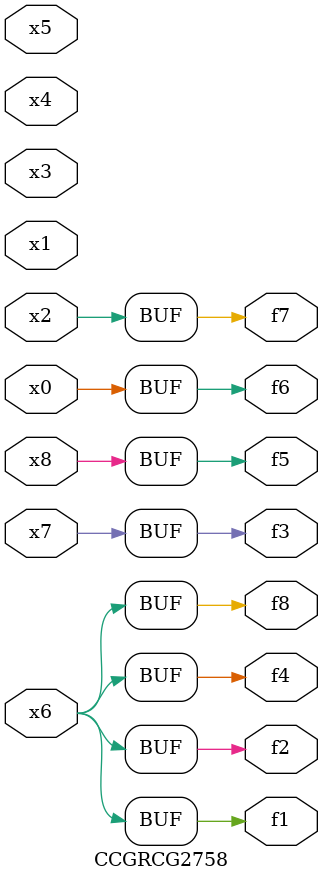
<source format=v>
module CCGRCG2758(
	input x0, x1, x2, x3, x4, x5, x6, x7, x8,
	output f1, f2, f3, f4, f5, f6, f7, f8
);
	assign f1 = x6;
	assign f2 = x6;
	assign f3 = x7;
	assign f4 = x6;
	assign f5 = x8;
	assign f6 = x0;
	assign f7 = x2;
	assign f8 = x6;
endmodule

</source>
